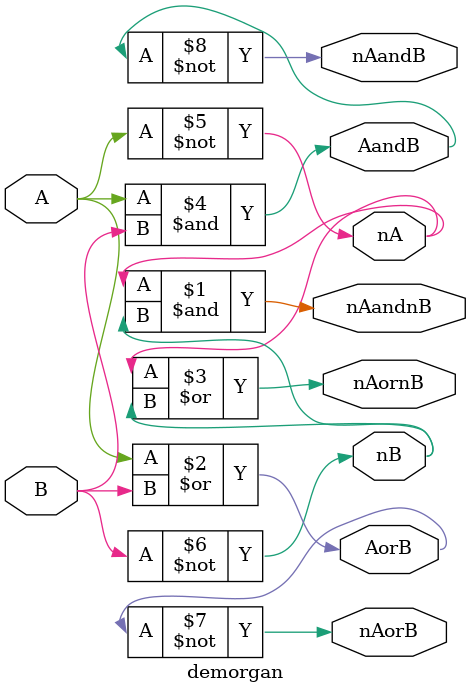
<source format=v>
module demorgan
(
  input  A,          // Single bit inputs
  input  B,
  output nA,         // Output intermediate complemented inputs
  output nB,
  output nAandnB,     // Single bit output, (~A)*(~B)
  output AorB,
  output nAorB,
  output AandB,      // Second demorgan law
  output nAandB,
  output nAornB
);

  wire nA;
  wire nB;
  wire AorB;
  wire AandB;

  not Ainv(nA, A);  	// Top inverter is named Ainv, takes signal A as input and produces signal nA
  not Binv(nB, B);
  and andgate(nAandnB, nA, nB); 	// AND gate produces nAandnB from nA and nB
  or orgate(AorB, A, B);   // OR gate produce AorB
  not orinv(nAorB, AorB);    // NOT produces signal nAorB

  or orgate(nAornB, nA, nB);   // Start of second demorgan law
  and andgate(AandB, A, B);
  not andinv(nAandB, AandB);

endmodule

</source>
